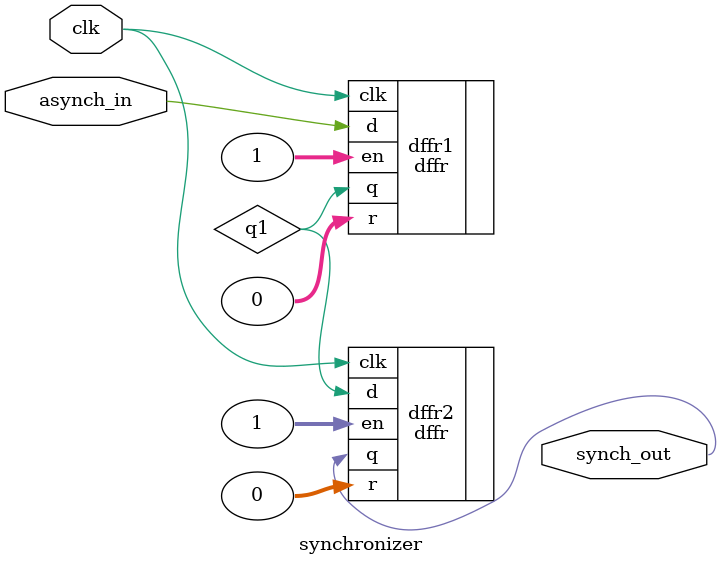
<source format=v>
module synchronizer(asynch_in, clk, synch_out); 
    input asynch_in, clk; 
    output synch_out; 

    wire q1; 

    // Instantiate 'dffr' with q1 as output, asynch_in as data, clk as clock and r as reset
    dffr #(.n(1))dffr1(.r(0), .en(1), .clk(clk), .d(asynch_in), .q(q1)); 

    // Instantiate 'dffr' with synch_out as output, q1 as data, clk as clock and r as reset
    dffr #(.n(1))dffr2(.r(0), .en(1), .clk(clk), .d(q1), .q(synch_out)); 

endmodule
</source>
